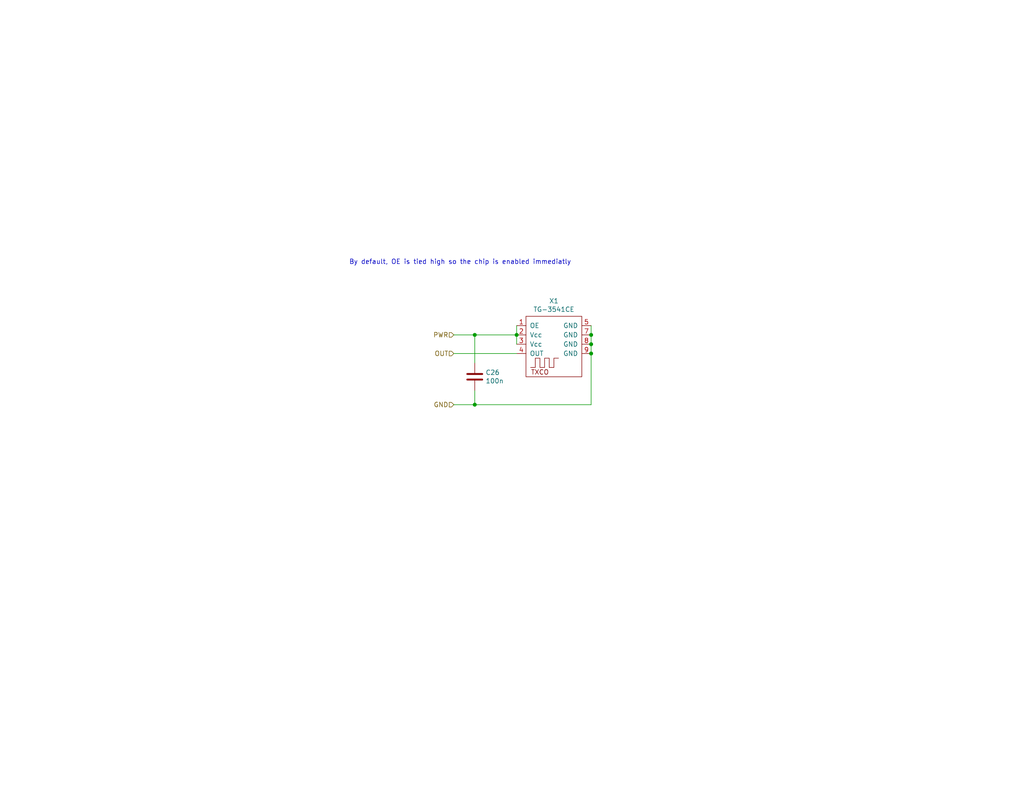
<source format=kicad_sch>
(kicad_sch (version 20231120) (generator "eeschema") (generator_version "8.0")
  (paper "A")
  (title_block (title "32kHz TCXO") (date "2020-05-25"))
  (lib_symbols
    (symbol "Device:C" (pin_numbers hide) (pin_names (offset 0.254))
      (property "Reference" "C" (at 0.635 2.54 0))
      (property "Value" "C" (at 0.635 -2.54 0))
      (symbol "C_0_1"
        (polyline (pts (xy -2.032 -0.762) (xy 2.032 -0.762)) (stroke (width 0.508)))
        (polyline (pts (xy -2.032 0.762) (xy 2.032 0.762)) (stroke (width 0.508)))
      )
      (symbol "C_1_1"
        (pin passive line (at 0 3.81 270) (length 2.794) (name "~") (number "1"))
        (pin passive line (at 0 -3.81 90) (length 2.794) (name "~") (number "2"))
      )
    )
    (symbol "Project:TG-3541CE-1K" (pin_names (offset 1.016))
      (property "Reference" "X2" (at 0 10.541 0))
      (property "Value" "TG-3541CE" (at 0 8.2296 0))
      (symbol "TG-3541CE-1K_0_0"
        (text "TXCO" (at -3.81 -8.89 0) (effects (font (size 1.27 1.27))))
      )
      (symbol "TG-3541CE-1K_0_1"
        (rectangle (start -7.62 6.35) (end 7.62 -10.16))
        (polyline (pts (xy -6.35 -7.62) (xy -5.08 -7.62) (xy -5.08 -5.08) (xy -3.81 -5.08) (xy -3.81 -7.62) (xy -2.54 -7.62) (xy -2.54 -5.08) (xy -1.27 -5.08) (xy -1.27 -7.62) (xy 0 -7.62) (xy 0 -5.08) (xy 1.27 -5.08)))
      )
      (symbol "TG-3541CE-1K_1_1"
        (pin input line (at -10.16 3.81 0) (length 2.54) (name "OE") (number "1"))
        (pin no_connect line (at 10.16 -8.89 180) (length 2.54) hide (name "NC") (number "10"))
        (pin input line (at -10.16 1.27 0) (length 2.54) (name "Vcc") (number "2"))
        (pin input line (at -10.16 -1.27 0) (length 2.54) (name "Vcc") (number "3"))
        (pin input line (at -10.16 -3.81 0) (length 2.54) (name "OUT") (number "4"))
        (pin input line (at 10.16 3.81 180) (length 2.54) (name "GND") (number "5"))
        (pin no_connect line (at 10.16 -6.35 180) (length 2.54) hide (name "NC") (number "6"))
        (pin input line (at 10.16 1.27 180) (length 2.54) (name "GND") (number "7"))
        (pin input line (at 10.16 -1.27 180) (length 2.54) (name "GND") (number "8"))
        (pin input line (at 10.16 -3.81 180) (length 2.54) (name "GND") (number "9"))
      )
    )
  )
  (junction (at 129.54 91.44))
  (junction (at 161.29 93.98))
  (junction (at 161.29 96.52))
  (junction (at 140.97 91.44))
  (junction (at 161.29 91.44))
  (junction (at 129.54 110.49))
  (wire (pts (xy 140.97 93.98) (xy 140.97 91.44)))
  (wire (pts (xy 129.54 110.49) (xy 161.29 110.49)))
  (wire (pts (xy 129.54 99.06) (xy 129.54 91.44)))
  (wire (pts (xy 123.825 110.49) (xy 129.54 110.49)))
  (wire (pts (xy 140.97 91.44) (xy 129.54 91.44)))
  (wire (pts (xy 161.29 91.44) (xy 161.29 93.98)))
  (wire (pts (xy 161.29 93.98) (xy 161.29 96.52)))
  (wire (pts (xy 129.54 106.68) (xy 129.54 110.49)))
  (wire (pts (xy 123.825 91.44) (xy 129.54 91.44)))
  (wire (pts (xy 161.29 88.9) (xy 161.29 91.44)))
  (wire (pts (xy 123.825 96.52) (xy 140.97 96.52)))
  (wire (pts (xy 140.97 88.9) (xy 140.97 91.44)))
  (wire (pts (xy 161.29 96.52) (xy 161.29 110.49)))
  (text "By default, OE is tied high so the chip is enabled immediatly" (at 95.25 72.39 0) (effects (font (size 1.27 1.27)) (justify left bottom)))
  (hierarchical_label "PWR" (shape input) (at 123.825 91.44 180))
  (hierarchical_label "GND" (shape input) (at 123.825 110.49 180))
  (hierarchical_label "OUT" (shape input) (at 123.825 96.52 180))
  (symbol (lib_id "Project:TG-3541CE-1K") (at 151.13 92.71 0) (unit 1)
    (property "Reference" "X1" (at 151.13 82.169 0))
    (property "Value" "TG-3541CE" (at 151.13 84.4804 0))
    (property "Footprint" "Project:TG-3541CE_EPS" (effects (hide yes)))
    (property "Datasheet" "https://support.epson.biz/td/api/doc_check.php?dl=brief_TG-3541CE&lang=en" (effects (hide yes)))
    (property "Mfr. #" "TG-3541CE 32.7680KXA3" (effects (hide yes)))
    (property "Order" "https://www.digikey.com/product-detail/en/epson/TG-3541CE-32-7680KXA3/SER4421CT-ND/10239844" (effects (hide yes)))
    (instances (project "" (path "" (reference "X1") (unit 1))) (project "" (path "" (reference "X2") (unit 1))) (project "" (path "" (reference "X2") (unit 1))))
  )
  (symbol (lib_id "Device:C") (at 129.54 102.87 0) (unit 1)
    (property "Reference" "C26" (at 132.461 101.7016 0) (effects (justify left)))
    (property "Value" "100n" (at 132.461 104.013 0) (effects (justify left)))
    (property "Footprint" "Capacitor_SMD:C_0402_1005Metric_Pad0.74x0.62mm_HandSolder" (effects (hide yes)))
    (property "Voltage" "25V" (effects (hide yes)))
    (property "Mfr. #" "CL10B104KA8NNNC" (effects (hide yes)))
    (property "Order" "https://www.digikey.com/product-detail/en/samsung-electro-mechanics/CL10B104KA8NNNC/1276-1006-1-ND/3889092" (effects (hide yes)))
    (instances (project "" (path "" (reference "C26") (unit 1))) (project "" (path "" (reference "C37") (unit 1))) (project "" (path "" (reference "C40") (unit 1))))
  )
)
</source>
